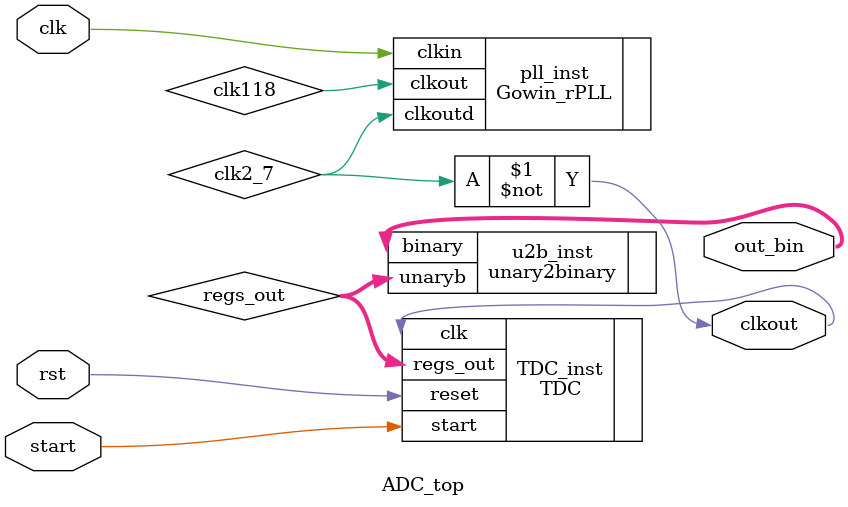
<source format=v>
module ADC_top(
    input clk,
    input start,
    input rst,
    //output out,
    output [7:0] out_bin,
    //output wire spi_csn, spi_clk, spi_mosi,
    output clkout
    //output [4:0] test
);
wire [7:0] out;
wire clk2_7;
wire clk118;
wire rdy;
wire [254:0] regs_out /* synthesis syn_keep=1*/; 
//wire start;
//assign start = 255'd1023;


Gowin_rPLL pll_inst(
    .clkout(clk118), //output clkout
    .clkoutd(clk2_7), //output clkoutd
    .clkin(clk) //input clkin
);

assign clkout = ~clk2_7;

TDC TDC_inst(
    .clk(clkout),
    .start(start),
    .regs_out(regs_out),
    .reset(rst)
    /*.rdy(rdy),
    .out(out)*/
);

//TDC TDC_inst2(
//    .clk(~clk2_7),
//    .start(~start),
//    .regs_out(regs_out),
//    .reset(rst)
//    .out(out)
//);

//spi_transmitter #(
//    .N(8),
//    .CLK_FREQ(2700000),
//    .SPI_FREQ(1350000)
//) debug_spi               
//  (
//    .clk(clk),
//        .rst(rst),
//        .data({out_bin}),
//    .tx_start(~start), 
//    .spi_csn(spi_csn),     // IO5
//    .spi_clk(spi_clk),     // IO4
//    .spi_mosi(spi_mosi)     // IO3
//  );




unary2binary u2b_inst(
    //.clk(clk2_7),
    .unaryb(regs_out),
    .binary(out_bin)
);




//assign test = regs_out[4:0];


endmodule

</source>
